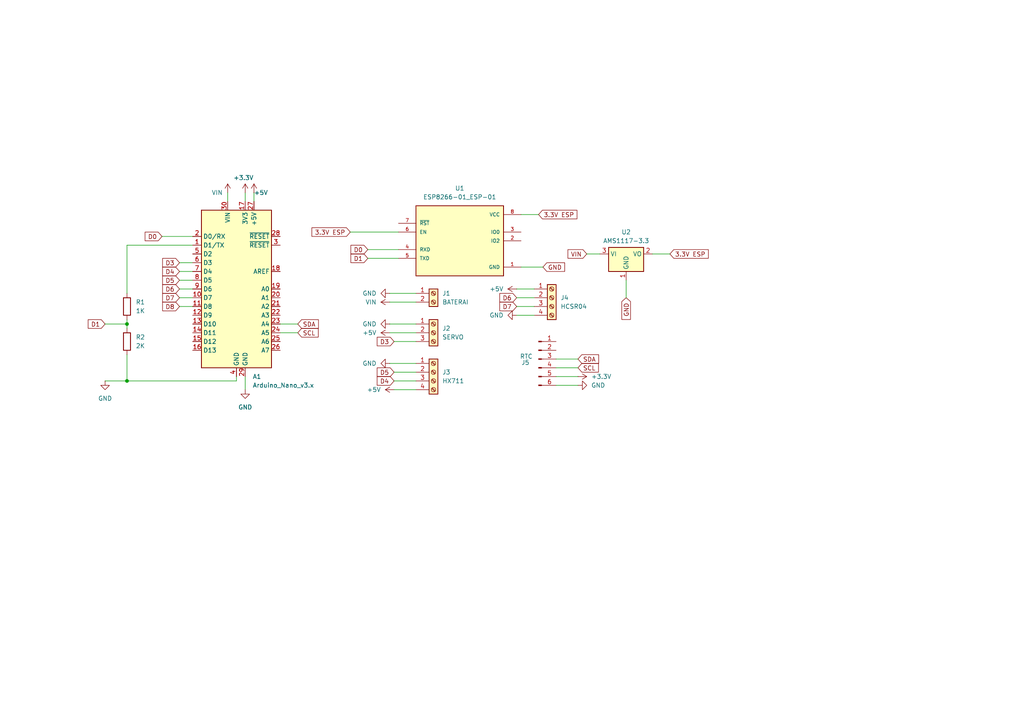
<source format=kicad_sch>
(kicad_sch (version 20250114) (generator "eeschema") (generator_version "9.0")
  (paper "A4")
  (lib_symbols
    (symbol "Connector:Conn_01x06_Pin" (pin_names (offset 1.016) (hide yes))
      (property "Reference" "J" (at 0 7.62 0))
      (property "Value" "Conn_01x06_Pin" (at 0 -10.16 0))
      (symbol "Conn_01x06_Pin_1_1"
        (rectangle (start 0.8636 5.207) (end 0 4.953) (stroke (width 0.1524)) (fill (type outline)))
        (rectangle (start 0.8636 2.667) (end 0 2.413) (stroke (width 0.1524)) (fill (type outline)))
        (rectangle (start 0.8636 0.127) (end 0 -0.127) (stroke (width 0.1524)) (fill (type outline)))
        (rectangle (start 0.8636 -2.413) (end 0 -2.667) (stroke (width 0.1524)) (fill (type outline)))
        (rectangle (start 0.8636 -4.953) (end 0 -5.207) (stroke (width 0.1524)) (fill (type outline)))
        (rectangle (start 0.8636 -7.493) (end 0 -7.747) (stroke (width 0.1524)) (fill (type outline)))
        (polyline (pts (xy 1.27 5.08) (xy 0.8636 5.08)) (stroke (width 0.1524)))
        (polyline (pts (xy 1.27 2.54) (xy 0.8636 2.54)) (stroke (width 0.1524)))
        (polyline (pts (xy 1.27 0) (xy 0.8636 0)) (stroke (width 0.1524)))
        (polyline (pts (xy 1.27 -2.54) (xy 0.8636 -2.54)) (stroke (width 0.1524)))
        (polyline (pts (xy 1.27 -5.08) (xy 0.8636 -5.08)) (stroke (width 0.1524)))
        (polyline (pts (xy 1.27 -7.62) (xy 0.8636 -7.62)) (stroke (width 0.1524)))
        (pin passive line (at 5.08 5.08 180) (length 3.81) (name "Pin_1") (number "1"))
        (pin passive line (at 5.08 2.54 180) (length 3.81) (name "Pin_2") (number "2"))
        (pin passive line (at 5.08 0 180) (length 3.81) (name "Pin_3") (number "3"))
        (pin passive line (at 5.08 -2.54 180) (length 3.81) (name "Pin_4") (number "4"))
        (pin passive line (at 5.08 -5.08 180) (length 3.81) (name "Pin_5") (number "5"))
        (pin passive line (at 5.08 -7.62 180) (length 3.81) (name "Pin_6") (number "6"))
      )
    )
    (symbol "Connector:Screw_Terminal_01x02" (pin_names (offset 1.016) (hide yes))
      (property "Reference" "J" (at 0 2.54 0))
      (property "Value" "Screw_Terminal_01x02" (at 0 -5.08 0))
      (symbol "Screw_Terminal_01x02_1_1"
        (rectangle (start -1.27 1.27) (end 1.27 -3.81) (stroke (width 0.254)) (fill (type background)))
        (polyline (pts (xy -0.5334 0.3302) (xy 0.3302 -0.508)) (stroke (width 0.1524)))
        (polyline (pts (xy -0.5334 -2.2098) (xy 0.3302 -3.048)) (stroke (width 0.1524)))
        (polyline (pts (xy -0.3556 0.508) (xy 0.508 -0.3302)) (stroke (width 0.1524)))
        (polyline (pts (xy -0.3556 -2.032) (xy 0.508 -2.8702)) (stroke (width 0.1524)))
        (circle (center 0 0) (radius 0.635) (stroke (width 0.1524)))
        (circle (center 0 -2.54) (radius 0.635) (stroke (width 0.1524)))
        (pin passive line (at -5.08 0 0) (length 3.81) (name "Pin_1") (number "1"))
        (pin passive line (at -5.08 -2.54 0) (length 3.81) (name "Pin_2") (number "2"))
      )
    )
    (symbol "Connector:Screw_Terminal_01x03" (pin_names (offset 1.016) (hide yes))
      (property "Reference" "J" (at 0 5.08 0))
      (property "Value" "Screw_Terminal_01x03" (at 0 -5.08 0))
      (symbol "Screw_Terminal_01x03_1_1"
        (rectangle (start -1.27 3.81) (end 1.27 -3.81) (stroke (width 0.254)) (fill (type background)))
        (polyline (pts (xy -0.5334 2.8702) (xy 0.3302 2.032)) (stroke (width 0.1524)))
        (polyline (pts (xy -0.5334 0.3302) (xy 0.3302 -0.508)) (stroke (width 0.1524)))
        (polyline (pts (xy -0.5334 -2.2098) (xy 0.3302 -3.048)) (stroke (width 0.1524)))
        (polyline (pts (xy -0.3556 3.048) (xy 0.508 2.2098)) (stroke (width 0.1524)))
        (polyline (pts (xy -0.3556 0.508) (xy 0.508 -0.3302)) (stroke (width 0.1524)))
        (polyline (pts (xy -0.3556 -2.032) (xy 0.508 -2.8702)) (stroke (width 0.1524)))
        (circle (center 0 2.54) (radius 0.635) (stroke (width 0.1524)))
        (circle (center 0 0) (radius 0.635) (stroke (width 0.1524)))
        (circle (center 0 -2.54) (radius 0.635) (stroke (width 0.1524)))
        (pin passive line (at -5.08 2.54 0) (length 3.81) (name "Pin_1") (number "1"))
        (pin passive line (at -5.08 0 0) (length 3.81) (name "Pin_2") (number "2"))
        (pin passive line (at -5.08 -2.54 0) (length 3.81) (name "Pin_3") (number "3"))
      )
    )
    (symbol "Connector:Screw_Terminal_01x04" (pin_names (offset 1.016) (hide yes))
      (property "Reference" "J" (at 0 5.08 0))
      (property "Value" "Screw_Terminal_01x04" (at 0 -7.62 0))
      (symbol "Screw_Terminal_01x04_1_1"
        (rectangle (start -1.27 3.81) (end 1.27 -6.35) (stroke (width 0.254)) (fill (type background)))
        (polyline (pts (xy -0.5334 2.8702) (xy 0.3302 2.032)) (stroke (width 0.1524)))
        (polyline (pts (xy -0.5334 0.3302) (xy 0.3302 -0.508)) (stroke (width 0.1524)))
        (polyline (pts (xy -0.5334 -2.2098) (xy 0.3302 -3.048)) (stroke (width 0.1524)))
        (polyline (pts (xy -0.5334 -4.7498) (xy 0.3302 -5.588)) (stroke (width 0.1524)))
        (polyline (pts (xy -0.3556 3.048) (xy 0.508 2.2098)) (stroke (width 0.1524)))
        (polyline (pts (xy -0.3556 0.508) (xy 0.508 -0.3302)) (stroke (width 0.1524)))
        (polyline (pts (xy -0.3556 -2.032) (xy 0.508 -2.8702)) (stroke (width 0.1524)))
        (polyline (pts (xy -0.3556 -4.572) (xy 0.508 -5.4102)) (stroke (width 0.1524)))
        (circle (center 0 2.54) (radius 0.635) (stroke (width 0.1524)))
        (circle (center 0 0) (radius 0.635) (stroke (width 0.1524)))
        (circle (center 0 -2.54) (radius 0.635) (stroke (width 0.1524)))
        (circle (center 0 -5.08) (radius 0.635) (stroke (width 0.1524)))
        (pin passive line (at -5.08 2.54 0) (length 3.81) (name "Pin_1") (number "1"))
        (pin passive line (at -5.08 0 0) (length 3.81) (name "Pin_2") (number "2"))
        (pin passive line (at -5.08 -2.54 0) (length 3.81) (name "Pin_3") (number "3"))
        (pin passive line (at -5.08 -5.08 0) (length 3.81) (name "Pin_4") (number "4"))
      )
    )
    (symbol "Device:R" (pin_numbers (hide yes)) (pin_names (offset 0))
      (property "Reference" "R" (at 2.032 0 90))
      (property "Value" "R" (at 0 0 90))
      (symbol "R_0_1"
        (rectangle (start -1.016 -2.54) (end 1.016 2.54) (stroke (width 0.254)))
      )
      (symbol "R_1_1"
        (pin passive line (at 0 3.81 270) (length 1.27) (name "~") (number "1"))
        (pin passive line (at 0 -3.81 90) (length 1.27) (name "~") (number "2"))
      )
    )
    (symbol "ESP8266-01_ESP-01:ESP8266-01_ESP-01" (pin_names (offset 1.016))
      (property "Reference" "U" (at -12.7094 10.6778 0))
      (property "Value" "ESP8266-01_ESP-01" (at -12.7131 -12.7131 0))
      (symbol "ESP8266-01_ESP-01_0_0"
        (rectangle (start -12.7 -10.16) (end 12.7 10.16) (stroke (width 0.254)) (fill (type background)))
        (pin input line (at -17.78 5.08 0) (length 5.08) (name "~{RST}") (number "7"))
        (pin input line (at -17.78 2.54 0) (length 5.08) (name "EN") (number "6"))
        (pin input line (at -17.78 -2.54 0) (length 5.08) (name "RXD") (number "4"))
        (pin output line (at -17.78 -5.08 0) (length 5.08) (name "TXD") (number "5"))
        (pin power_in line (at 17.78 7.62 180) (length 5.08) (name "VCC") (number "8"))
        (pin bidirectional line (at 17.78 2.54 180) (length 5.08) (name "IO0") (number "3"))
        (pin bidirectional line (at 17.78 0 180) (length 5.08) (name "IO2") (number "2"))
        (pin power_in line (at 17.78 -7.62 180) (length 5.08) (name "GND") (number "1"))
      )
    )
    (symbol "MCU_Module:Arduino_Nano_v3.x"
      (property "Reference" "A" (at -10.16 23.495 0))
      (property "Value" "Arduino_Nano_v3.x" (at 5.08 -24.13 0))
      (symbol "Arduino_Nano_v3.x_0_1"
        (rectangle (start -10.16 22.86) (end 10.16 -22.86) (stroke (width 0.254)) (fill (type background)))
      )
      (symbol "Arduino_Nano_v3.x_1_1"
        (pin bidirectional line (at -12.7 15.24 0) (length 2.54) (name "D0/RX") (number "2"))
        (pin bidirectional line (at -12.7 12.7 0) (length 2.54) (name "D1/TX") (number "1"))
        (pin bidirectional line (at -12.7 10.16 0) (length 2.54) (name "D2") (number "5"))
        (pin bidirectional line (at -12.7 7.62 0) (length 2.54) (name "D3") (number "6"))
        (pin bidirectional line (at -12.7 5.08 0) (length 2.54) (name "D4") (number "7"))
        (pin bidirectional line (at -12.7 2.54 0) (length 2.54) (name "D5") (number "8"))
        (pin bidirectional line (at -12.7 0 0) (length 2.54) (name "D6") (number "9"))
        (pin bidirectional line (at -12.7 -2.54 0) (length 2.54) (name "D7") (number "10"))
        (pin bidirectional line (at -12.7 -5.08 0) (length 2.54) (name "D8") (number "11"))
        (pin bidirectional line (at -12.7 -7.62 0) (length 2.54) (name "D9") (number "12"))
        (pin bidirectional line (at -12.7 -10.16 0) (length 2.54) (name "D10") (number "13"))
        (pin bidirectional line (at -12.7 -12.7 0) (length 2.54) (name "D11") (number "14"))
        (pin bidirectional line (at -12.7 -15.24 0) (length 2.54) (name "D12") (number "15"))
        (pin bidirectional line (at -12.7 -17.78 0) (length 2.54) (name "D13") (number "16"))
        (pin power_in line (at -2.54 25.4 270) (length 2.54) (name "VIN") (number "30"))
        (pin power_in line (at 0 -25.4 90) (length 2.54) (name "GND") (number "4"))
        (pin power_out line (at 2.54 25.4 270) (length 2.54) (name "3V3") (number "17"))
        (pin power_in line (at 2.54 -25.4 90) (length 2.54) (name "GND") (number "29"))
        (pin power_out line (at 5.08 25.4 270) (length 2.54) (name "+5V") (number "27"))
        (pin input line (at 12.7 15.24 180) (length 2.54) (name "~{RESET}") (number "28"))
        (pin input line (at 12.7 12.7 180) (length 2.54) (name "~{RESET}") (number "3"))
        (pin input line (at 12.7 5.08 180) (length 2.54) (name "AREF") (number "18"))
        (pin bidirectional line (at 12.7 0 180) (length 2.54) (name "A0") (number "19"))
        (pin bidirectional line (at 12.7 -2.54 180) (length 2.54) (name "A1") (number "20"))
        (pin bidirectional line (at 12.7 -5.08 180) (length 2.54) (name "A2") (number "21"))
        (pin bidirectional line (at 12.7 -7.62 180) (length 2.54) (name "A3") (number "22"))
        (pin bidirectional line (at 12.7 -10.16 180) (length 2.54) (name "A4") (number "23"))
        (pin bidirectional line (at 12.7 -12.7 180) (length 2.54) (name "A5") (number "24"))
        (pin bidirectional line (at 12.7 -15.24 180) (length 2.54) (name "A6") (number "25"))
        (pin bidirectional line (at 12.7 -17.78 180) (length 2.54) (name "A7") (number "26"))
      )
    )
    (symbol "Regulator_Linear:AMS1117-3.3"
      (property "Reference" "U" (at -3.81 3.175 0))
      (property "Value" "AMS1117-3.3" (at 0 3.175 0))
      (symbol "AMS1117-3.3_0_1"
        (rectangle (start -5.08 -5.08) (end 5.08 1.905) (stroke (width 0.254)) (fill (type background)))
      )
      (symbol "AMS1117-3.3_1_1"
        (pin power_in line (at -7.62 0 0) (length 2.54) (name "VI") (number "3"))
        (pin power_in line (at 0 -7.62 90) (length 2.54) (name "GND") (number "1"))
        (pin power_out line (at 7.62 0 180) (length 2.54) (name "VO") (number "2"))
      )
    )
    (symbol "power:+3.3V" (power) (pin_numbers (hide yes)) (pin_names (offset 0) (hide yes))
      (property "Value" "+3.3V" (at 0 3.556 0))
      (symbol "+3.3V_0_1"
        (polyline (pts (xy -0.762 1.27) (xy 0 2.54)))
        (polyline (pts (xy 0 2.54) (xy 0.762 1.27)))
        (polyline (pts (xy 0 0) (xy 0 2.54)))
      )
      (symbol "+3.3V_1_1"
        (pin power_in line (at 0 0 90) (length 0) (name "~") (number "1"))
      )
    )
    (symbol "power:+5V" (power) (pin_numbers (hide yes)) (pin_names (offset 0) (hide yes))
      (property "Value" "+5V" (at 0 3.556 0))
      (symbol "+5V_0_1"
        (polyline (pts (xy -0.762 1.27) (xy 0 2.54)))
        (polyline (pts (xy 0 2.54) (xy 0.762 1.27)))
        (polyline (pts (xy 0 0) (xy 0 2.54)))
      )
      (symbol "+5V_1_1"
        (pin power_in line (at 0 0 90) (length 0) (name "~") (number "1"))
      )
    )
    (symbol "power:GND" (power) (pin_numbers (hide yes)) (pin_names (offset 0) (hide yes))
      (property "Value" "GND" (at 0 -3.81 0))
      (symbol "GND_0_1"
        (polyline (pts (xy 0 0) (xy 0 -1.27) (xy 1.27 -1.27) (xy 0 -2.54) (xy -1.27 -1.27) (xy 0 -1.27)))
      )
      (symbol "GND_1_1"
        (pin power_in line (at 0 0 270) (length 0) (name "~") (number "1"))
      )
    )
  )
  (junction (at 36.83 110.49))
  (junction (at 36.83 93.98))
  (wire (pts (xy 73.66 55.88) (xy 73.66 58.42)))
  (wire (pts (xy 52.07 88.9) (xy 55.88 88.9)))
  (wire (pts (xy 81.28 96.52) (xy 86.36 96.52)))
  (wire (pts (xy 113.03 105.41) (xy 120.65 105.41)))
  (wire (pts (xy 52.07 78.74) (xy 55.88 78.74)))
  (wire (pts (xy 161.29 106.68) (xy 167.64 106.68)))
  (wire (pts (xy 52.07 81.28) (xy 55.88 81.28)))
  (wire (pts (xy 161.29 109.22) (xy 167.64 109.22)))
  (wire (pts (xy 149.86 88.9) (xy 154.94 88.9)))
  (wire (pts (xy 149.86 91.44) (xy 154.94 91.44)))
  (wire (pts (xy 149.86 83.82) (xy 154.94 83.82)))
  (wire (pts (xy 52.07 86.36) (xy 55.88 86.36)))
  (wire (pts (xy 106.68 72.39) (xy 115.57 72.39)))
  (wire (pts (xy 52.07 83.82) (xy 55.88 83.82)))
  (wire (pts (xy 114.3 110.49) (xy 120.65 110.49)))
  (wire (pts (xy 113.03 87.63) (xy 120.65 87.63)))
  (wire (pts (xy 151.13 77.47) (xy 157.48 77.47)))
  (wire (pts (xy 68.58 109.22) (xy 68.58 110.49)))
  (wire (pts (xy 46.99 68.58) (xy 55.88 68.58)))
  (wire (pts (xy 161.29 111.76) (xy 167.64 111.76)))
  (wire (pts (xy 189.23 73.66) (xy 194.31 73.66)))
  (wire (pts (xy 36.83 92.71) (xy 36.83 93.98)))
  (wire (pts (xy 68.58 110.49) (xy 36.83 110.49)))
  (wire (pts (xy 30.48 93.98) (xy 36.83 93.98)))
  (wire (pts (xy 151.13 62.23) (xy 156.21 62.23)))
  (wire (pts (xy 114.3 107.95) (xy 120.65 107.95)))
  (wire (pts (xy 113.03 96.52) (xy 120.65 96.52)))
  (wire (pts (xy 113.03 93.98) (xy 120.65 93.98)))
  (wire (pts (xy 106.68 74.93) (xy 115.57 74.93)))
  (wire (pts (xy 52.07 76.2) (xy 55.88 76.2)))
  (wire (pts (xy 101.6 67.31) (xy 115.57 67.31)))
  (wire (pts (xy 113.03 85.09) (xy 120.65 85.09)))
  (wire (pts (xy 55.88 71.12) (xy 36.83 71.12)))
  (wire (pts (xy 161.29 104.14) (xy 167.64 104.14)))
  (wire (pts (xy 71.12 55.88) (xy 71.12 58.42)))
  (wire (pts (xy 114.3 99.06) (xy 120.65 99.06)))
  (wire (pts (xy 114.3 113.03) (xy 120.65 113.03)))
  (wire (pts (xy 36.83 110.49) (xy 36.83 102.87)))
  (wire (pts (xy 81.28 93.98) (xy 86.36 93.98)))
  (wire (pts (xy 71.12 109.22) (xy 71.12 113.03)))
  (wire (pts (xy 30.48 110.49) (xy 36.83 110.49)))
  (wire (pts (xy 181.61 81.28) (xy 181.61 86.36)))
  (wire (pts (xy 66.04 55.88) (xy 66.04 58.42)))
  (wire (pts (xy 36.83 93.98) (xy 36.83 95.25)))
  (wire (pts (xy 170.18 73.66) (xy 173.99 73.66)))
  (wire (pts (xy 36.83 71.12) (xy 36.83 85.09)))
  (wire (pts (xy 149.86 86.36) (xy 154.94 86.36)))
  (global_label "D5" (shape input) (at 52.07 81.28 180) (property "Intersheetrefs" "${INTERSHEET_REFS}" (effects (hide yes))))
  (global_label "D4" (shape input) (at 114.3 110.49 180) (property "Intersheetrefs" "${INTERSHEET_REFS}" (effects (hide yes))))
  (global_label "D6" (shape input) (at 149.86 86.36 180) (property "Intersheetrefs" "${INTERSHEET_REFS}" (effects (hide yes))))
  (global_label "3.3V ESP" (shape input) (at 101.6 67.31 180) (property "Intersheetrefs" "${INTERSHEET_REFS}" (effects (hide yes))))
  (global_label "GND" (shape input) (at 157.48 77.47 0) (property "Intersheetrefs" "${INTERSHEET_REFS}" (effects (hide yes))))
  (global_label "D7" (shape input) (at 52.07 86.36 180) (property "Intersheetrefs" "${INTERSHEET_REFS}" (effects (hide yes))))
  (global_label "SDA" (shape input) (at 86.36 93.98 0) (property "Intersheetrefs" "${INTERSHEET_REFS}" (effects (hide yes))))
  (global_label "D4" (shape input) (at 52.07 78.74 180) (property "Intersheetrefs" "${INTERSHEET_REFS}" (effects (hide yes))))
  (global_label "D1" (shape input) (at 106.68 74.93 180) (property "Intersheetrefs" "${INTERSHEET_REFS}" (effects (hide yes))))
  (global_label "D3" (shape input) (at 114.3 99.06 180) (property "Intersheetrefs" "${INTERSHEET_REFS}" (effects (hide yes))))
  (global_label "3.3V ESP" (shape input) (at 156.21 62.23 0) (property "Intersheetrefs" "${INTERSHEET_REFS}" (effects (hide yes))))
  (global_label "VIN" (shape input) (at 170.18 73.66 180) (property "Intersheetrefs" "${INTERSHEET_REFS}" (effects (hide yes))))
  (global_label "3.3V ESP" (shape input) (at 194.31 73.66 0) (property "Intersheetrefs" "${INTERSHEET_REFS}" (effects (hide yes))))
  (global_label "GND" (shape input) (at 181.61 86.36 270) (property "Intersheetrefs" "${INTERSHEET_REFS}" (effects (hide yes))))
  (global_label "SDA" (shape input) (at 167.64 104.14 0) (property "Intersheetrefs" "${INTERSHEET_REFS}" (effects (hide yes))))
  (global_label "D0" (shape input) (at 46.99 68.58 180) (property "Intersheetrefs" "${INTERSHEET_REFS}" (effects (hide yes))))
  (global_label "SCL" (shape input) (at 167.64 106.68 0) (property "Intersheetrefs" "${INTERSHEET_REFS}" (effects (hide yes))))
  (global_label "D1" (shape input) (at 30.48 93.98 180) (property "Intersheetrefs" "${INTERSHEET_REFS}" (effects (hide yes))))
  (global_label "SCL" (shape input) (at 86.36 96.52 0) (property "Intersheetrefs" "${INTERSHEET_REFS}" (effects (hide yes))))
  (global_label "D8" (shape input) (at 52.07 88.9 180) (property "Intersheetrefs" "${INTERSHEET_REFS}" (effects (hide yes))))
  (global_label "D3" (shape input) (at 52.07 76.2 180) (property "Intersheetrefs" "${INTERSHEET_REFS}" (effects (hide yes))))
  (global_label "D7" (shape input) (at 149.86 88.9 180) (property "Intersheetrefs" "${INTERSHEET_REFS}" (effects (hide yes))))
  (global_label "D5" (shape input) (at 114.3 107.95 180) (property "Intersheetrefs" "${INTERSHEET_REFS}" (effects (hide yes))))
  (global_label "D0" (shape input) (at 106.68 72.39 180) (property "Intersheetrefs" "${INTERSHEET_REFS}" (effects (hide yes))))
  (global_label "D6" (shape input) (at 52.07 83.82 180) (property "Intersheetrefs" "${INTERSHEET_REFS}" (effects (hide yes))))
  (symbol (lib_id "power:+5V") (at 114.3 113.03 90) (unit 1)
    (property "Reference" "#PWR08" (effects (hide yes)))
    (property "Value" "+5V" (at 110.49 113.0299 90) (effects (justify left)))
    (property "Description" "Power symbol creates a global label with name \"+5V\"" (effects (hide yes)))
  )
  (symbol (lib_id "MCU_Module:Arduino_Nano_v3.x") (at 68.58 83.82 0) (unit 1)
    (property "Reference" "A1" (at 73.2633 109.22 0) (effects (justify left)))
    (property "Value" "Arduino_Nano_v3.x" (at 73.2633 111.76 0) (effects (justify left)))
    (property "Footprint" "Module:Arduino_Nano" (effects (hide yes)))
    (property "Datasheet" "http://www.mouser.com/pdfdocs/Gravitech_Arduino_Nano3_0.pdf" (effects (hide yes)))
    (property "Description" "Arduino Nano v3.x" (effects (hide yes)))
  )
  (symbol (lib_id "power:+5V") (at 113.03 96.52 90) (unit 1)
    (property "Reference" "#PWR07" (effects (hide yes)))
    (property "Value" "+5V" (at 109.22 96.5199 90) (effects (justify left)))
    (property "Description" "Power symbol creates a global label with name \"+5V\"" (effects (hide yes)))
  )
  (symbol (lib_id "power:+5V") (at 66.04 55.88 0) (unit 1)
    (property "Reference" "#PWR013" (effects (hide yes)))
    (property "Value" "VIN" (at 62.992 55.88 0))
    (property "Description" "Power symbol creates a global label with name \"+5V\"" (effects (hide yes)))
  )
  (symbol (lib_id "power:+5V") (at 113.03 87.63 90) (unit 1)
    (property "Reference" "#PWR06" (effects (hide yes)))
    (property "Value" "VIN" (at 109.22 87.6299 90) (effects (justify left)))
    (property "Description" "Power symbol creates a global label with name \"+5V\"" (effects (hide yes)))
  )
  (symbol (lib_id "power:GND") (at 113.03 105.41 270) (unit 1)
    (property "Reference" "#PWR03" (effects (hide yes)))
    (property "Value" "GND" (at 109.22 105.4099 90) (effects (justify right)))
    (property "Description" "Power symbol creates a global label with name \"GND\" , ground" (effects (hide yes)))
  )
  (symbol (lib_id "power:GND") (at 30.48 110.49 0) (unit 1)
    (property "Reference" "#PWR015" (effects (hide yes)))
    (property "Value" "GND" (at 30.48 115.57 0))
    (property "Description" "Power symbol creates a global label with name \"GND\" , ground" (effects (hide yes)))
  )
  (symbol (lib_id "Connector:Conn_01x06_Pin") (at 156.21 104.14 0) (unit 1)
    (property "Reference" "J5" (at 152.4 105.156 0))
    (property "Value" "RTC" (at 152.654 103.378 0))
    (property "Footprint" "Connector_PinSocket_2.54mm:PinSocket_1x06_P2.54mm_Vertical" (effects (hide yes)))
    (property "Description" "Generic connector, single row, 01x06, script generated" (effects (hide yes)))
  )
  (symbol (lib_id "power:+3.3V") (at 71.12 55.88 0) (unit 1)
    (property "Reference" "#PWR011" (effects (hide yes)))
    (property "Value" "+3.3V" (at 70.612 51.562 0))
    (property "Description" "Power symbol creates a global label with name \"+3.3V\"" (effects (hide yes)))
  )
  (symbol (lib_id "ESP8266-01_ESP-01:ESP8266-01_ESP-01") (at 133.35 69.85 0) (unit 1)
    (property "Reference" "U1" (at 133.35 54.61 0))
    (property "Value" "ESP8266-01_ESP-01" (at 133.35 57.15 0))
    (property "Footprint" "ESP8266-01_ESP-01:XCVR_ESP8266-01_ESP-01" (effects (hide yes)))
    (property "MF" "AI-Thinker" (effects (hide yes)))
    (property "MAXIMUM_PACKAGE_HEIGHT" "11.2 mm" (effects (hide yes)))
    (property "Package" "Non-Standard AI-Thinker" (effects (hide yes)))
    (property "Price" "None" (effects (hide yes)))
    (property "Check_prices" "https://www.snapeda.com/parts/ESP8266-01/ESP-01/AI-Thinker/view-part/?ref=eda" (effects (hide yes)))
    (property "STANDARD" "Manufacturer recommendations or IPC 7351B" (effects (hide yes)))
    (property "PARTREV" "V1.2" (effects (hide yes)))
    (property "SnapEDA_Link" "https://www.snapeda.com/parts/ESP8266-01/ESP-01/AI-Thinker/view-part/?ref=snap" (effects (hide yes)))
    (property "MP" "ESP8266-01/ESP-01" (effects (hide yes)))
    (property "Description_1" "MakerFocus 4pcs ESP8266 ESP-01 Serial Wireless WiFi Transceiver Receiver Module 1MB SPI Flash DC3.0-3.6V Internet of Things WiFi Module Board Compatible with Ar duino" (effects (hide yes)))
    (property "Availability" "Not in stock" (effects (hide yes)))
    (property "MANUFACTURER" "AI-Thinker" (effects (hide yes)))
  )
  (symbol (lib_id "power:+3.3V") (at 167.64 109.22 270) (unit 1)
    (property "Reference" "#PWR014" (effects (hide yes)))
    (property "Value" "+3.3V" (at 171.45 109.2199 90) (effects (justify left)))
    (property "Description" "Power symbol creates a global label with name \"+3.3V\"" (effects (hide yes)))
  )
  (symbol (lib_id "power:GND") (at 71.12 113.03 0) (unit 1)
    (property "Reference" "#PWR012" (effects (hide yes)))
    (property "Value" "GND" (at 71.12 118.11 0))
    (property "Description" "Power symbol creates a global label with name \"GND\" , ground" (effects (hide yes)))
  )
  (symbol (lib_id "Connector:Screw_Terminal_01x04") (at 125.73 107.95 0) (unit 1)
    (property "Reference" "J3" (at 128.27 107.9499 0) (effects (justify left)))
    (property "Value" "HX711" (at 128.27 110.4899 0) (effects (justify left)))
    (property "Footprint" "TerminalBlock_4Ucon:TerminalBlock_4Ucon_1x04_P3.50mm_Vertical" (effects (hide yes)))
    (property "Description" "Generic screw terminal, single row, 01x04, script generated (kicad-library-utils/schlib/autogen/connector/)" (effects (hide yes)))
  )
  (symbol (lib_id "Connector:Screw_Terminal_01x04") (at 160.02 86.36 0) (unit 1)
    (property "Reference" "J4" (at 162.56 86.3599 0) (effects (justify left)))
    (property "Value" "HCSR04" (at 162.56 88.8999 0) (effects (justify left)))
    (property "Footprint" "TerminalBlock_4Ucon:TerminalBlock_4Ucon_1x04_P3.50mm_Vertical" (effects (hide yes)))
    (property "Description" "Generic screw terminal, single row, 01x04, script generated (kicad-library-utils/schlib/autogen/connector/)" (effects (hide yes)))
  )
  (symbol (lib_id "power:GND") (at 113.03 85.09 270) (unit 1)
    (property "Reference" "#PWR01" (effects (hide yes)))
    (property "Value" "GND" (at 109.22 85.0899 90) (effects (justify right)))
    (property "Description" "Power symbol creates a global label with name \"GND\" , ground" (effects (hide yes)))
  )
  (symbol (lib_id "Device:R") (at 36.83 99.06 180) (unit 1)
    (property "Reference" "R2" (at 39.37 97.7899 0) (effects (justify right)))
    (property "Value" "2K" (at 39.37 100.3299 0) (effects (justify right)))
    (property "Footprint" "Resistor_THT:R_Axial_DIN0207_L6.3mm_D2.5mm_P7.62mm_Horizontal" (effects (hide yes)))
    (property "Description" "Resistor" (effects (hide yes)))
  )
  (symbol (lib_id "power:GND") (at 149.86 91.44 270) (unit 1)
    (property "Reference" "#PWR04" (effects (hide yes)))
    (property "Value" "GND" (at 146.05 91.4399 90) (effects (justify right)))
    (property "Description" "Power symbol creates a global label with name \"GND\" , ground" (effects (hide yes)))
  )
  (symbol (lib_id "power:+5V") (at 73.66 55.88 0) (unit 1)
    (property "Reference" "#PWR010" (effects (hide yes)))
    (property "Value" "+5V" (at 75.692 55.88 0))
    (property "Description" "Power symbol creates a global label with name \"+5V\"" (effects (hide yes)))
  )
  (symbol (lib_id "Regulator_Linear:AMS1117-3.3") (at 181.61 73.66 0) (unit 1)
    (property "Reference" "U2" (at 181.61 67.31 0))
    (property "Value" "AMS1117-3.3" (at 181.61 69.85 0))
    (property "Footprint" "Package_TO_SOT_SMD:SOT-223-3_TabPin2" (effects (hide yes)))
    (property "Datasheet" "http://www.advanced-monolithic.com/pdf/ds1117.pdf" (effects (hide yes)))
    (property "Description" "1A Low Dropout regulator, positive, 3.3V fixed output, SOT-223" (effects (hide yes)))
  )
  (symbol (lib_id "power:GND") (at 167.64 111.76 90) (unit 1)
    (property "Reference" "#PWR05" (effects (hide yes)))
    (property "Value" "GND" (at 171.45 111.7599 90) (effects (justify right)))
    (property "Description" "Power symbol creates a global label with name \"GND\" , ground" (effects (hide yes)))
  )
  (symbol (lib_id "power:GND") (at 113.03 93.98 270) (unit 1)
    (property "Reference" "#PWR02" (effects (hide yes)))
    (property "Value" "GND" (at 109.22 93.9799 90) (effects (justify right)))
    (property "Description" "Power symbol creates a global label with name \"GND\" , ground" (effects (hide yes)))
  )
  (symbol (lib_id "Connector:Screw_Terminal_01x03") (at 125.73 96.52 0) (unit 1)
    (property "Reference" "J2" (at 128.27 95.2499 0) (effects (justify left)))
    (property "Value" "SERVO" (at 128.27 97.7899 0) (effects (justify left)))
    (property "Footprint" "TerminalBlock_4Ucon:TerminalBlock_4Ucon_1x03_P3.50mm_Vertical" (effects (hide yes)))
    (property "Description" "Generic screw terminal, single row, 01x03, script generated (kicad-library-utils/schlib/autogen/connector/)" (effects (hide yes)))
  )
  (symbol (lib_id "power:+5V") (at 149.86 83.82 90) (unit 1)
    (property "Reference" "#PWR09" (effects (hide yes)))
    (property "Value" "+5V" (at 146.05 83.8199 90) (effects (justify left)))
    (property "Description" "Power symbol creates a global label with name \"+5V\"" (effects (hide yes)))
  )
  (symbol (lib_id "Device:R") (at 36.83 88.9 180) (unit 1)
    (property "Reference" "R1" (at 39.37 87.6299 0) (effects (justify right)))
    (property "Value" "1K" (at 39.37 90.1699 0) (effects (justify right)))
    (property "Footprint" "Resistor_THT:R_Axial_DIN0207_L6.3mm_D2.5mm_P7.62mm_Horizontal" (effects (hide yes)))
    (property "Description" "Resistor" (effects (hide yes)))
  )
  (symbol (lib_id "Connector:Screw_Terminal_01x02") (at 125.73 85.09 0) (unit 1)
    (property "Reference" "J1" (at 128.27 85.0899 0) (effects (justify left)))
    (property "Value" "BATERAI" (at 128.27 87.6299 0) (effects (justify left)))
    (property "Footprint" "TerminalBlock_4Ucon:TerminalBlock_4Ucon_1x02_P3.50mm_Horizontal" (effects (hide yes)))
    (property "Description" "Generic screw terminal, single row, 01x02, script generated (kicad-library-utils/schlib/autogen/connector/)" (effects (hide yes)))
  )
)
</source>
